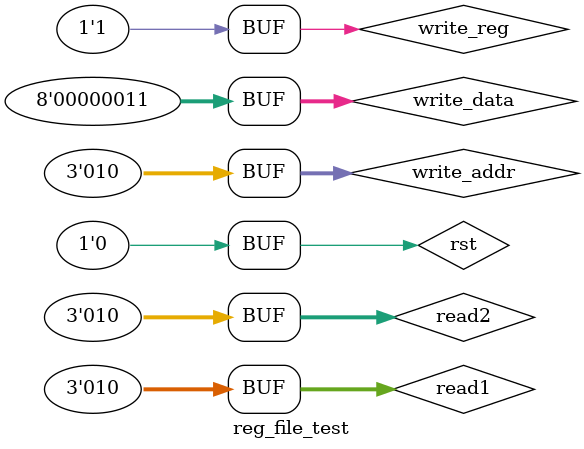
<source format=v>
`timescale 1ns/1ns  
module reg_file_test();
  
  reg [2:0] read1,read2,write_addr;
  reg [7:0] write_data;
  reg rst,write_reg;
  wire [7:0] reg1,reg2;
  
  reg_file regf1(read2,read1, write_data, write_reg, write_addr, rst, reg1,reg2);
  
  initial 
    begin
      
    $dumpfile("reg_file.vcd");
    $dumpvars(0);
    end	
    
  initial
  
    begin
    rst=0;
    read1= 0;
    read2=2;
    #2
    rst=1;
    #2
    rst=0;
    #1 
    
    write_data= 5;
    write_reg =0;
    write_addr=0;  
    #4
    write_data=3;
    write_reg=1;
    write_addr= 2;
    read1=2;
    #15;
    
    end   
    
endmodule        
</source>
